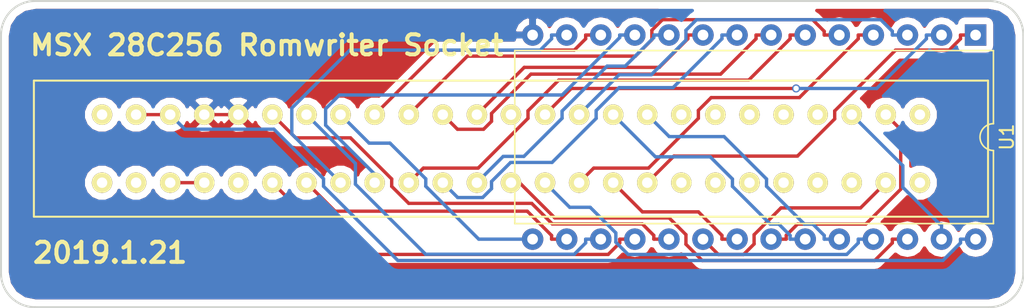
<source format=kicad_pcb>
(kicad_pcb (version 4) (host pcbnew 4.0.7)

  (general
    (links 31)
    (no_connects 0)
    (area 109.144999 93.904999 185.495001 116.915001)
    (thickness 1.6)
    (drawings 10)
    (tracks 217)
    (zones 0)
    (modules 2)
    (nets 48)
  )

  (page A4)
  (layers
    (0 F.Cu signal)
    (31 B.Cu signal)
    (32 B.Adhes user)
    (33 F.Adhes user)
    (34 B.Paste user)
    (35 F.Paste user)
    (36 B.SilkS user)
    (37 F.SilkS user)
    (38 B.Mask user)
    (39 F.Mask user)
    (40 Dwgs.User user)
    (41 Cmts.User user)
    (42 Eco1.User user)
    (43 Eco2.User user)
    (44 Edge.Cuts user)
    (45 Margin user)
    (46 B.CrtYd user)
    (47 F.CrtYd user)
    (48 B.Fab user)
    (49 F.Fab user)
  )

  (setup
    (last_trace_width 0.25)
    (trace_clearance 0.2)
    (zone_clearance 0.508)
    (zone_45_only no)
    (trace_min 0.2)
    (segment_width 0.2)
    (edge_width 0.15)
    (via_size 0.6)
    (via_drill 0.4)
    (via_min_size 0.4)
    (via_min_drill 0.3)
    (uvia_size 0.3)
    (uvia_drill 0.1)
    (uvias_allowed no)
    (uvia_min_size 0.2)
    (uvia_min_drill 0.1)
    (pcb_text_width 0.3)
    (pcb_text_size 1.5 1.5)
    (mod_edge_width 0.15)
    (mod_text_size 1 1)
    (mod_text_width 0.15)
    (pad_size 1.524 1.524)
    (pad_drill 0.762)
    (pad_to_mask_clearance 0.2)
    (aux_axis_origin 0 0)
    (visible_elements 7FFFFFFF)
    (pcbplotparams
      (layerselection 0x010f0_80000001)
      (usegerberextensions false)
      (excludeedgelayer true)
      (linewidth 0.100000)
      (plotframeref false)
      (viasonmask false)
      (mode 1)
      (useauxorigin false)
      (hpglpennumber 1)
      (hpglpenspeed 20)
      (hpglpendiameter 15)
      (hpglpenoverlay 2)
      (psnegative false)
      (psa4output false)
      (plotreference true)
      (plotvalue true)
      (plotinvisibletext false)
      (padsonsilk false)
      (subtractmaskfromsilk false)
      (outputformat 1)
      (mirror false)
      (drillshape 0)
      (scaleselection 1)
      (outputdirectory output))
  )

  (net 0 "")
  (net 1 "Net-(P1-Pad1)")
  (net 2 "Net-(P1-Pad2)")
  (net 3 /SLTSL)
  (net 4 "Net-(P1-Pad6)")
  (net 5 "Net-(P1-Pad7)")
  (net 6 "Net-(P1-Pad8)")
  (net 7 "Net-(P1-Pad9)")
  (net 8 "Net-(P1-Pad10)")
  (net 9 "Net-(P1-Pad11)")
  (net 10 "Net-(P1-Pad12)")
  (net 11 "Net-(P1-Pad13)")
  (net 12 "Net-(P1-Pad15)")
  (net 13 "Net-(P1-Pad16)")
  (net 14 /A9)
  (net 15 /A11)
  (net 16 /A10)
  (net 17 /A7)
  (net 18 /A6)
  (net 19 /A12)
  (net 20 /A8)
  (net 21 /A14)
  (net 22 /A13)
  (net 23 /A1)
  (net 24 /A0)
  (net 25 /A3)
  (net 26 /A2)
  (net 27 /A5)
  (net 28 /A4)
  (net 29 /D1)
  (net 30 /D0)
  (net 31 /D3)
  (net 32 /D2)
  (net 33 /D5)
  (net 34 /D4)
  (net 35 /D7)
  (net 36 /D6)
  (net 37 GND)
  (net 38 "Net-(P1-Pad42)")
  (net 39 "Net-(P1-Pad44)")
  (net 40 "Net-(P1-Pad48)")
  (net 41 "Net-(P1-Pad49)")
  (net 42 "Net-(P1-Pad50)")
  (net 43 VCC)
  (net 44 "Net-(P1-Pad25)")
  (net 45 /CS12)
  (net 46 /WR0)
  (net 47 "Net-(P1-Pad14)")

  (net_class Default "This is the default net class."
    (clearance 0.2)
    (trace_width 0.25)
    (via_dia 0.6)
    (via_drill 0.4)
    (uvia_dia 0.3)
    (uvia_drill 0.1)
    (add_net /A0)
    (add_net /A1)
    (add_net /A10)
    (add_net /A11)
    (add_net /A12)
    (add_net /A13)
    (add_net /A14)
    (add_net /A2)
    (add_net /A3)
    (add_net /A4)
    (add_net /A5)
    (add_net /A6)
    (add_net /A7)
    (add_net /A8)
    (add_net /A9)
    (add_net /CS12)
    (add_net /D0)
    (add_net /D1)
    (add_net /D2)
    (add_net /D3)
    (add_net /D4)
    (add_net /D5)
    (add_net /D6)
    (add_net /D7)
    (add_net /SLTSL)
    (add_net /WR0)
    (add_net GND)
    (add_net "Net-(P1-Pad1)")
    (add_net "Net-(P1-Pad10)")
    (add_net "Net-(P1-Pad11)")
    (add_net "Net-(P1-Pad12)")
    (add_net "Net-(P1-Pad13)")
    (add_net "Net-(P1-Pad14)")
    (add_net "Net-(P1-Pad15)")
    (add_net "Net-(P1-Pad16)")
    (add_net "Net-(P1-Pad2)")
    (add_net "Net-(P1-Pad25)")
    (add_net "Net-(P1-Pad42)")
    (add_net "Net-(P1-Pad44)")
    (add_net "Net-(P1-Pad48)")
    (add_net "Net-(P1-Pad49)")
    (add_net "Net-(P1-Pad50)")
    (add_net "Net-(P1-Pad6)")
    (add_net "Net-(P1-Pad7)")
    (add_net "Net-(P1-Pad8)")
    (add_net "Net-(P1-Pad9)")
    (add_net VCC)
  )

  (module MSX:MSX_SLOT locked (layer F.Cu) (tedit 5BF9794D) (tstamp 5C45CB1B)
    (at 148.501 105.004)
    (path /5B981348)
    (fp_text reference P1 (at 0 0) (layer F.SilkS) hide
      (effects (font (size 1 1) (thickness 0.15)))
    )
    (fp_text value CONN_MSXSLOT (at 0 -6.35) (layer F.Fab)
      (effects (font (size 1 1) (thickness 0.15)))
    )
    (fp_line (start -36.83 7.62) (end 34.29 7.62) (layer Dwgs.User) (width 0.15))
    (fp_line (start -36.83 -7.62) (end 34.29 -7.62) (layer Dwgs.User) (width 0.15))
    (fp_line (start -36.83 -5.08) (end 34.29 -5.08) (layer F.SilkS) (width 0.15))
    (fp_line (start 34.29 -5.08) (end 34.29 5.08) (layer F.SilkS) (width 0.15))
    (fp_line (start 34.29 5.08) (end -36.83 5.08) (layer F.SilkS) (width 0.15))
    (fp_line (start -36.83 5.08) (end -36.83 -5.08) (layer F.SilkS) (width 0.15))
    (pad 1 thru_hole circle (at 29.21 -2.54) (size 1.524 1.524) (drill 0.78) (layers *.Cu *.Mask F.SilkS)
      (net 1 "Net-(P1-Pad1)"))
    (pad 2 thru_hole circle (at 29.21 2.54) (size 1.524 1.524) (drill 0.78) (layers *.Cu *.Mask F.SilkS)
      (net 2 "Net-(P1-Pad2)"))
    (pad 3 thru_hole circle (at 26.67 -2.54) (size 1.524 1.524) (drill 0.78) (layers *.Cu *.Mask F.SilkS)
      (net 45 /CS12))
    (pad 4 thru_hole circle (at 26.67 2.54) (size 1.524 1.524) (drill 0.78) (layers *.Cu *.Mask F.SilkS)
      (net 3 /SLTSL))
    (pad 5 thru_hole circle (at 24.13 -2.54) (size 1.524 1.524) (drill 0.78) (layers *.Cu *.Mask F.SilkS)
      (net 46 /WR0))
    (pad 6 thru_hole circle (at 24.13 2.54) (size 1.524 1.524) (drill 0.78) (layers *.Cu *.Mask F.SilkS)
      (net 4 "Net-(P1-Pad6)"))
    (pad 7 thru_hole circle (at 21.59 -2.54) (size 1.524 1.524) (drill 0.78) (layers *.Cu *.Mask F.SilkS)
      (net 5 "Net-(P1-Pad7)"))
    (pad 8 thru_hole circle (at 21.59 2.54) (size 1.524 1.524) (drill 0.78) (layers *.Cu *.Mask F.SilkS)
      (net 6 "Net-(P1-Pad8)"))
    (pad 9 thru_hole circle (at 19.05 -2.54) (size 1.524 1.524) (drill 0.78) (layers *.Cu *.Mask F.SilkS)
      (net 7 "Net-(P1-Pad9)"))
    (pad 10 thru_hole circle (at 19.05 2.54) (size 1.524 1.524) (drill 0.78) (layers *.Cu *.Mask F.SilkS)
      (net 8 "Net-(P1-Pad10)"))
    (pad 11 thru_hole circle (at 16.51 -2.54) (size 1.524 1.524) (drill 0.78) (layers *.Cu *.Mask F.SilkS)
      (net 9 "Net-(P1-Pad11)"))
    (pad 12 thru_hole circle (at 16.51 2.54) (size 1.524 1.524) (drill 0.78) (layers *.Cu *.Mask F.SilkS)
      (net 10 "Net-(P1-Pad12)"))
    (pad 13 thru_hole circle (at 13.97 -2.54) (size 1.524 1.524) (drill 0.78) (layers *.Cu *.Mask F.SilkS)
      (net 11 "Net-(P1-Pad13)"))
    (pad 14 thru_hole circle (at 13.97 2.54) (size 1.524 1.524) (drill 0.78) (layers *.Cu *.Mask F.SilkS)
      (net 47 "Net-(P1-Pad14)"))
    (pad 15 thru_hole circle (at 11.43 -2.54) (size 1.524 1.524) (drill 0.78) (layers *.Cu *.Mask F.SilkS)
      (net 12 "Net-(P1-Pad15)"))
    (pad 16 thru_hole circle (at 11.43 2.54) (size 1.524 1.524) (drill 0.78) (layers *.Cu *.Mask F.SilkS)
      (net 13 "Net-(P1-Pad16)"))
    (pad 17 thru_hole circle (at 8.89 -2.54) (size 1.524 1.524) (drill 0.78) (layers *.Cu *.Mask F.SilkS)
      (net 14 /A9))
    (pad 18 thru_hole circle (at 8.89 2.54) (size 1.524 1.524) (drill 0.78) (layers *.Cu *.Mask F.SilkS)
      (net 21 /A14))
    (pad 19 thru_hole circle (at 6.35 -2.54) (size 1.524 1.524) (drill 0.78) (layers *.Cu *.Mask F.SilkS)
      (net 15 /A11))
    (pad 20 thru_hole circle (at 6.35 2.54) (size 1.524 1.524) (drill 0.78) (layers *.Cu *.Mask F.SilkS)
      (net 16 /A10))
    (pad 21 thru_hole circle (at 3.81 -2.54) (size 1.524 1.524) (drill 0.78) (layers *.Cu *.Mask F.SilkS)
      (net 17 /A7))
    (pad 22 thru_hole circle (at 3.81 2.54) (size 1.524 1.524) (drill 0.78) (layers *.Cu *.Mask F.SilkS)
      (net 18 /A6))
    (pad 23 thru_hole circle (at 1.27 -2.54) (size 1.524 1.524) (drill 0.78) (layers *.Cu *.Mask F.SilkS)
      (net 19 /A12))
    (pad 24 thru_hole circle (at 1.27 2.54) (size 1.524 1.524) (drill 0.78) (layers *.Cu *.Mask F.SilkS)
      (net 20 /A8))
    (pad 25 thru_hole circle (at -1.27 -2.54) (size 1.524 1.524) (drill 0.78) (layers *.Cu *.Mask F.SilkS)
      (net 44 "Net-(P1-Pad25)"))
    (pad 26 thru_hole circle (at -1.27 2.54) (size 1.524 1.524) (drill 0.78) (layers *.Cu *.Mask F.SilkS)
      (net 22 /A13))
    (pad 27 thru_hole circle (at -3.81 -2.54) (size 1.524 1.524) (drill 0.78) (layers *.Cu *.Mask F.SilkS)
      (net 23 /A1))
    (pad 28 thru_hole circle (at -3.81 2.54) (size 1.524 1.524) (drill 0.78) (layers *.Cu *.Mask F.SilkS)
      (net 24 /A0))
    (pad 29 thru_hole circle (at -6.35 -2.54) (size 1.524 1.524) (drill 0.78) (layers *.Cu *.Mask F.SilkS)
      (net 25 /A3))
    (pad 30 thru_hole circle (at -6.35 2.54) (size 1.524 1.524) (drill 0.78) (layers *.Cu *.Mask F.SilkS)
      (net 26 /A2))
    (pad 31 thru_hole circle (at -8.89 -2.54) (size 1.524 1.524) (drill 0.78) (layers *.Cu *.Mask F.SilkS)
      (net 27 /A5))
    (pad 32 thru_hole circle (at -8.89 2.54) (size 1.524 1.524) (drill 0.78) (layers *.Cu *.Mask F.SilkS)
      (net 28 /A4))
    (pad 33 thru_hole circle (at -11.43 -2.54) (size 1.524 1.524) (drill 0.78) (layers *.Cu *.Mask F.SilkS)
      (net 29 /D1))
    (pad 34 thru_hole circle (at -11.43 2.54) (size 1.524 1.524) (drill 0.78) (layers *.Cu *.Mask F.SilkS)
      (net 30 /D0))
    (pad 35 thru_hole circle (at -13.97 -2.54) (size 1.524 1.524) (drill 0.78) (layers *.Cu *.Mask F.SilkS)
      (net 31 /D3))
    (pad 36 thru_hole circle (at -13.97 2.54) (size 1.524 1.524) (drill 0.78) (layers *.Cu *.Mask F.SilkS)
      (net 32 /D2))
    (pad 37 thru_hole circle (at -16.51 -2.54) (size 1.524 1.524) (drill 0.78) (layers *.Cu *.Mask F.SilkS)
      (net 33 /D5))
    (pad 38 thru_hole circle (at -16.51 2.54) (size 1.524 1.524) (drill 0.78) (layers *.Cu *.Mask F.SilkS)
      (net 34 /D4))
    (pad 39 thru_hole circle (at -19.05 -2.54) (size 1.524 1.524) (drill 0.78) (layers *.Cu *.Mask F.SilkS)
      (net 35 /D7))
    (pad 40 thru_hole circle (at -19.05 2.54) (size 1.524 1.524) (drill 0.78) (layers *.Cu *.Mask F.SilkS)
      (net 36 /D6))
    (pad 41 thru_hole circle (at -21.59 -2.54) (size 1.524 1.524) (drill 0.78) (layers *.Cu *.Mask F.SilkS)
      (net 37 GND))
    (pad 42 thru_hole circle (at -21.59 2.54) (size 1.524 1.524) (drill 0.78) (layers *.Cu *.Mask F.SilkS)
      (net 38 "Net-(P1-Pad42)"))
    (pad 43 thru_hole circle (at -24.13 -2.54) (size 1.524 1.524) (drill 0.78) (layers *.Cu *.Mask F.SilkS)
      (net 37 GND))
    (pad 44 thru_hole circle (at -24.13 2.54) (size 1.524 1.524) (drill 0.78) (layers *.Cu *.Mask F.SilkS)
      (net 39 "Net-(P1-Pad44)"))
    (pad 45 thru_hole circle (at -26.67 -2.54) (size 1.524 1.524) (drill 0.78) (layers *.Cu *.Mask F.SilkS)
      (net 43 VCC))
    (pad 46 thru_hole circle (at -26.67 2.54) (size 1.524 1.524) (drill 0.78) (layers *.Cu *.Mask F.SilkS)
      (net 39 "Net-(P1-Pad44)"))
    (pad 47 thru_hole circle (at -29.21 -2.54) (size 1.524 1.524) (drill 0.78) (layers *.Cu *.Mask F.SilkS)
      (net 43 VCC))
    (pad 48 thru_hole circle (at -29.21 2.54) (size 1.524 1.524) (drill 0.78) (layers *.Cu *.Mask F.SilkS)
      (net 40 "Net-(P1-Pad48)"))
    (pad 49 thru_hole circle (at -31.75 -2.54) (size 1.524 1.524) (drill 0.78) (layers *.Cu *.Mask F.SilkS)
      (net 41 "Net-(P1-Pad49)"))
    (pad 50 thru_hole circle (at -31.75 2.54) (size 1.524 1.524) (drill 0.78) (layers *.Cu *.Mask F.SilkS)
      (net 42 "Net-(P1-Pad50)"))
  )

  (module Housings_DIP:DIP-28_W15.24mm (layer F.Cu) (tedit 59C78D6C) (tstamp 5C45CB4B)
    (at 181.864 96.52 270)
    (descr "28-lead though-hole mounted DIP package, row spacing 15.24 mm (600 mils)")
    (tags "THT DIP DIL PDIP 2.54mm 15.24mm 600mil")
    (path /5B97E887)
    (fp_text reference U1 (at 7.62 -2.33 270) (layer F.SilkS)
      (effects (font (size 1 1) (thickness 0.15)))
    )
    (fp_text value 28C256 (at 7.62 35.35 270) (layer F.Fab)
      (effects (font (size 1 1) (thickness 0.15)))
    )
    (fp_arc (start 7.62 -1.33) (end 6.62 -1.33) (angle -180) (layer F.SilkS) (width 0.12))
    (fp_line (start 1.255 -1.27) (end 14.985 -1.27) (layer F.Fab) (width 0.1))
    (fp_line (start 14.985 -1.27) (end 14.985 34.29) (layer F.Fab) (width 0.1))
    (fp_line (start 14.985 34.29) (end 0.255 34.29) (layer F.Fab) (width 0.1))
    (fp_line (start 0.255 34.29) (end 0.255 -0.27) (layer F.Fab) (width 0.1))
    (fp_line (start 0.255 -0.27) (end 1.255 -1.27) (layer F.Fab) (width 0.1))
    (fp_line (start 6.62 -1.33) (end 1.16 -1.33) (layer F.SilkS) (width 0.12))
    (fp_line (start 1.16 -1.33) (end 1.16 34.35) (layer F.SilkS) (width 0.12))
    (fp_line (start 1.16 34.35) (end 14.08 34.35) (layer F.SilkS) (width 0.12))
    (fp_line (start 14.08 34.35) (end 14.08 -1.33) (layer F.SilkS) (width 0.12))
    (fp_line (start 14.08 -1.33) (end 8.62 -1.33) (layer F.SilkS) (width 0.12))
    (fp_line (start -1.05 -1.55) (end -1.05 34.55) (layer F.CrtYd) (width 0.05))
    (fp_line (start -1.05 34.55) (end 16.3 34.55) (layer F.CrtYd) (width 0.05))
    (fp_line (start 16.3 34.55) (end 16.3 -1.55) (layer F.CrtYd) (width 0.05))
    (fp_line (start 16.3 -1.55) (end -1.05 -1.55) (layer F.CrtYd) (width 0.05))
    (fp_text user %R (at 7.62 16.51 270) (layer F.Fab)
      (effects (font (size 1 1) (thickness 0.15)))
    )
    (pad 1 thru_hole rect (at 0 0 270) (size 1.6 1.6) (drill 0.8) (layers *.Cu *.Mask)
      (net 21 /A14))
    (pad 15 thru_hole oval (at 15.24 33.02 270) (size 1.6 1.6) (drill 0.8) (layers *.Cu *.Mask)
      (net 31 /D3))
    (pad 2 thru_hole oval (at 0 2.54 270) (size 1.6 1.6) (drill 0.8) (layers *.Cu *.Mask)
      (net 19 /A12))
    (pad 16 thru_hole oval (at 15.24 30.48 270) (size 1.6 1.6) (drill 0.8) (layers *.Cu *.Mask)
      (net 34 /D4))
    (pad 3 thru_hole oval (at 0 5.08 270) (size 1.6 1.6) (drill 0.8) (layers *.Cu *.Mask)
      (net 17 /A7))
    (pad 17 thru_hole oval (at 15.24 27.94 270) (size 1.6 1.6) (drill 0.8) (layers *.Cu *.Mask)
      (net 33 /D5))
    (pad 4 thru_hole oval (at 0 7.62 270) (size 1.6 1.6) (drill 0.8) (layers *.Cu *.Mask)
      (net 18 /A6))
    (pad 18 thru_hole oval (at 15.24 25.4 270) (size 1.6 1.6) (drill 0.8) (layers *.Cu *.Mask)
      (net 36 /D6))
    (pad 5 thru_hole oval (at 0 10.16 270) (size 1.6 1.6) (drill 0.8) (layers *.Cu *.Mask)
      (net 27 /A5))
    (pad 19 thru_hole oval (at 15.24 22.86 270) (size 1.6 1.6) (drill 0.8) (layers *.Cu *.Mask)
      (net 35 /D7))
    (pad 6 thru_hole oval (at 0 12.7 270) (size 1.6 1.6) (drill 0.8) (layers *.Cu *.Mask)
      (net 28 /A4))
    (pad 20 thru_hole oval (at 15.24 20.32 270) (size 1.6 1.6) (drill 0.8) (layers *.Cu *.Mask)
      (net 3 /SLTSL))
    (pad 7 thru_hole oval (at 0 15.24 270) (size 1.6 1.6) (drill 0.8) (layers *.Cu *.Mask)
      (net 25 /A3))
    (pad 21 thru_hole oval (at 15.24 17.78 270) (size 1.6 1.6) (drill 0.8) (layers *.Cu *.Mask)
      (net 16 /A10))
    (pad 8 thru_hole oval (at 0 17.78 270) (size 1.6 1.6) (drill 0.8) (layers *.Cu *.Mask)
      (net 26 /A2))
    (pad 22 thru_hole oval (at 15.24 15.24 270) (size 1.6 1.6) (drill 0.8) (layers *.Cu *.Mask)
      (net 45 /CS12))
    (pad 9 thru_hole oval (at 0 20.32 270) (size 1.6 1.6) (drill 0.8) (layers *.Cu *.Mask)
      (net 23 /A1))
    (pad 23 thru_hole oval (at 15.24 12.7 270) (size 1.6 1.6) (drill 0.8) (layers *.Cu *.Mask)
      (net 15 /A11))
    (pad 10 thru_hole oval (at 0 22.86 270) (size 1.6 1.6) (drill 0.8) (layers *.Cu *.Mask)
      (net 24 /A0))
    (pad 24 thru_hole oval (at 15.24 10.16 270) (size 1.6 1.6) (drill 0.8) (layers *.Cu *.Mask)
      (net 14 /A9))
    (pad 11 thru_hole oval (at 0 25.4 270) (size 1.6 1.6) (drill 0.8) (layers *.Cu *.Mask)
      (net 30 /D0))
    (pad 25 thru_hole oval (at 15.24 7.62 270) (size 1.6 1.6) (drill 0.8) (layers *.Cu *.Mask)
      (net 20 /A8))
    (pad 12 thru_hole oval (at 0 27.94 270) (size 1.6 1.6) (drill 0.8) (layers *.Cu *.Mask)
      (net 29 /D1))
    (pad 26 thru_hole oval (at 15.24 5.08 270) (size 1.6 1.6) (drill 0.8) (layers *.Cu *.Mask)
      (net 22 /A13))
    (pad 13 thru_hole oval (at 0 30.48 270) (size 1.6 1.6) (drill 0.8) (layers *.Cu *.Mask)
      (net 32 /D2))
    (pad 27 thru_hole oval (at 15.24 2.54 270) (size 1.6 1.6) (drill 0.8) (layers *.Cu *.Mask)
      (net 46 /WR0))
    (pad 14 thru_hole oval (at 0 33.02 270) (size 1.6 1.6) (drill 0.8) (layers *.Cu *.Mask)
      (net 37 GND))
    (pad 28 thru_hole oval (at 15.24 0 270) (size 1.6 1.6) (drill 0.8) (layers *.Cu *.Mask)
      (net 43 VCC))
    (model ${KISYS3DMOD}/Housings_DIP.3dshapes/DIP-28_W15.24mm.wrl
      (at (xyz 0 0 0))
      (scale (xyz 1 1 1))
      (rotate (xyz 0 0 0))
    )
  )

  (gr_text 2019.1.21 (at 117.348 112.776) (layer F.SilkS)
    (effects (font (size 1.5 1.5) (thickness 0.3)))
  )
  (gr_text "MSX 28C256 Romwriter Socket" (at 129.032 97.282) (layer F.SilkS)
    (effects (font (size 1.5 1.5) (thickness 0.3)))
  )
  (gr_arc (start 182.88 114.3) (end 185.42 114.3) (angle 90) (layer Edge.Cuts) (width 0.15))
  (gr_arc (start 111.76 114.3) (end 111.76 116.84) (angle 90) (layer Edge.Cuts) (width 0.15))
  (gr_arc (start 111.76 96.52) (end 109.22 96.52) (angle 90) (layer Edge.Cuts) (width 0.15))
  (gr_arc (start 182.88 96.52) (end 182.88 93.98) (angle 90) (layer Edge.Cuts) (width 0.15))
  (gr_line (start 109.22 114.3) (end 109.22 96.52) (angle 90) (layer Edge.Cuts) (width 0.15))
  (gr_line (start 182.88 116.84) (end 111.76 116.84) (angle 90) (layer Edge.Cuts) (width 0.15))
  (gr_line (start 185.42 96.52) (end 185.42 114.3) (angle 90) (layer Edge.Cuts) (width 0.15))
  (gr_line (start 111.76 93.98) (end 182.88 93.98) (angle 90) (layer Edge.Cuts) (width 0.15))

  (segment (start 173.2872 109.4278) (end 175.171 107.544) (width 0.25) (layer F.Cu) (net 3))
  (segment (start 167.3577 109.4278) (end 173.2872 109.4278) (width 0.25) (layer F.Cu) (net 3))
  (segment (start 165.354 111.4315) (end 167.3577 109.4278) (width 0.25) (layer F.Cu) (net 3))
  (segment (start 165.354 112.1215) (end 165.354 111.4315) (width 0.25) (layer F.Cu) (net 3))
  (segment (start 164.5674 112.9081) (end 165.354 112.1215) (width 0.25) (layer F.Cu) (net 3))
  (segment (start 162.6921 112.9081) (end 164.5674 112.9081) (width 0.25) (layer F.Cu) (net 3))
  (segment (start 161.544 111.76) (end 162.6921 112.9081) (width 0.25) (layer F.Cu) (net 3))
  (segment (start 159.0318 104.1048) (end 157.391 102.464) (width 0.25) (layer B.Cu) (net 14))
  (segment (start 163.117 104.1048) (end 159.0318 104.1048) (width 0.25) (layer B.Cu) (net 14))
  (segment (start 166.281 107.2688) (end 163.117 104.1048) (width 0.25) (layer B.Cu) (net 14))
  (segment (start 166.281 107.8152) (end 166.281 107.2688) (width 0.25) (layer B.Cu) (net 14))
  (segment (start 169.1005 110.6347) (end 166.281 107.8152) (width 0.25) (layer B.Cu) (net 14))
  (segment (start 169.7348 110.6347) (end 169.1005 110.6347) (width 0.25) (layer B.Cu) (net 14))
  (segment (start 170.5787 111.4786) (end 169.7348 110.6347) (width 0.25) (layer B.Cu) (net 14))
  (segment (start 170.5787 111.76) (end 170.5787 111.4786) (width 0.25) (layer B.Cu) (net 14))
  (segment (start 171.704 111.76) (end 170.5787 111.76) (width 0.25) (layer B.Cu) (net 14))
  (segment (start 158.0007 105.6137) (end 154.851 102.464) (width 0.25) (layer B.Cu) (net 15))
  (segment (start 162.0832 105.6137) (end 158.0007 105.6137) (width 0.25) (layer B.Cu) (net 15))
  (segment (start 163.741 107.2715) (end 162.0832 105.6137) (width 0.25) (layer B.Cu) (net 15))
  (segment (start 163.741 107.8201) (end 163.741 107.2715) (width 0.25) (layer B.Cu) (net 15))
  (segment (start 166.5556 110.6347) (end 163.741 107.8201) (width 0.25) (layer B.Cu) (net 15))
  (segment (start 167.1948 110.6347) (end 166.5556 110.6347) (width 0.25) (layer B.Cu) (net 15))
  (segment (start 168.0387 111.4786) (end 167.1948 110.6347) (width 0.25) (layer B.Cu) (net 15))
  (segment (start 168.0387 111.76) (end 168.0387 111.4786) (width 0.25) (layer B.Cu) (net 15))
  (segment (start 169.164 111.76) (end 168.0387 111.76) (width 0.25) (layer B.Cu) (net 15))
  (segment (start 164.084 111.76) (end 162.9587 111.76) (width 0.25) (layer F.Cu) (net 16))
  (segment (start 157.0302 109.7232) (end 154.851 107.544) (width 0.25) (layer F.Cu) (net 16))
  (segment (start 161.2032 109.7232) (end 157.0302 109.7232) (width 0.25) (layer F.Cu) (net 16))
  (segment (start 162.9587 111.4787) (end 161.2032 109.7232) (width 0.25) (layer F.Cu) (net 16))
  (segment (start 162.9587 111.76) (end 162.9587 111.4787) (width 0.25) (layer F.Cu) (net 16))
  (segment (start 155.2893 99.4857) (end 152.311 102.464) (width 0.25) (layer B.Cu) (net 17))
  (segment (start 157.6881 99.4857) (end 155.2893 99.4857) (width 0.25) (layer B.Cu) (net 17))
  (segment (start 160.274 96.8998) (end 157.6881 99.4857) (width 0.25) (layer B.Cu) (net 17))
  (segment (start 160.274 96.1636) (end 160.274 96.8998) (width 0.25) (layer B.Cu) (net 17))
  (segment (start 161.0618 95.3758) (end 160.274 96.1636) (width 0.25) (layer B.Cu) (net 17))
  (segment (start 174.7958 95.3758) (end 161.0618 95.3758) (width 0.25) (layer B.Cu) (net 17))
  (segment (start 175.6587 96.2387) (end 174.7958 95.3758) (width 0.25) (layer B.Cu) (net 17))
  (segment (start 175.6587 96.52) (end 175.6587 96.2387) (width 0.25) (layer B.Cu) (net 17))
  (segment (start 176.784 96.52) (end 175.6587 96.52) (width 0.25) (layer B.Cu) (net 17))
  (segment (start 153.3984 106.4566) (end 152.311 107.544) (width 0.25) (layer F.Cu) (net 18))
  (segment (start 157.4848 106.4566) (end 153.3984 106.4566) (width 0.25) (layer F.Cu) (net 18))
  (segment (start 161.201 102.7404) (end 157.4848 106.4566) (width 0.25) (layer F.Cu) (net 18))
  (segment (start 161.201 102.146) (end 161.201 102.7404) (width 0.25) (layer F.Cu) (net 18))
  (segment (start 162.1559 101.1911) (end 161.201 102.146) (width 0.25) (layer F.Cu) (net 18))
  (segment (start 168.7289 101.1911) (end 162.1559 101.1911) (width 0.25) (layer F.Cu) (net 18))
  (segment (start 173.1187 96.8013) (end 168.7289 101.1911) (width 0.25) (layer F.Cu) (net 18))
  (segment (start 173.1187 96.52) (end 173.1187 96.8013) (width 0.25) (layer F.Cu) (net 18))
  (segment (start 174.244 96.52) (end 173.1187 96.52) (width 0.25) (layer F.Cu) (net 18))
  (via (at 168.4845 100.5087) (size 0.6) (layers F.Cu B.Cu) (net 19))
  (segment (start 179.324 96.52) (end 178.1987 96.52) (width 0.25) (layer B.Cu) (net 19))
  (segment (start 174.4913 100.5087) (end 168.4845 100.5087) (width 0.25) (layer B.Cu) (net 19))
  (segment (start 178.1987 96.8013) (end 174.4913 100.5087) (width 0.25) (layer B.Cu) (net 19))
  (segment (start 178.1987 96.52) (end 178.1987 96.8013) (width 0.25) (layer B.Cu) (net 19))
  (segment (start 151.7263 100.5087) (end 168.4845 100.5087) (width 0.25) (layer F.Cu) (net 19))
  (segment (start 149.771 102.464) (end 151.7263 100.5087) (width 0.25) (layer F.Cu) (net 19))
  (segment (start 151.6075 109.3805) (end 149.771 107.544) (width 0.25) (layer B.Cu) (net 20))
  (segment (start 153.136 109.3805) (end 151.6075 109.3805) (width 0.25) (layer B.Cu) (net 20))
  (segment (start 155.0493 111.2938) (end 153.136 109.3805) (width 0.25) (layer B.Cu) (net 20))
  (segment (start 155.0493 111.9878) (end 155.0493 111.2938) (width 0.25) (layer B.Cu) (net 20))
  (segment (start 155.9644 112.9029) (end 155.0493 111.9878) (width 0.25) (layer B.Cu) (net 20))
  (segment (start 172.2571 112.9029) (end 155.9644 112.9029) (width 0.25) (layer B.Cu) (net 20))
  (segment (start 173.1187 112.0413) (end 172.2571 112.9029) (width 0.25) (layer B.Cu) (net 20))
  (segment (start 173.1187 111.76) (end 173.1187 112.0413) (width 0.25) (layer B.Cu) (net 20))
  (segment (start 174.244 111.76) (end 173.1187 111.76) (width 0.25) (layer B.Cu) (net 20))
  (segment (start 159.3762 105.5588) (end 157.391 107.544) (width 0.25) (layer F.Cu) (net 21))
  (segment (start 168.5867 105.5588) (end 159.3762 105.5588) (width 0.25) (layer F.Cu) (net 21))
  (segment (start 171.361 102.7845) (end 168.5867 105.5588) (width 0.25) (layer F.Cu) (net 21))
  (segment (start 171.361 102.1879) (end 171.361 102.7845) (width 0.25) (layer F.Cu) (net 21))
  (segment (start 175.9036 97.6453) (end 171.361 102.1879) (width 0.25) (layer F.Cu) (net 21))
  (segment (start 179.8948 97.6453) (end 175.9036 97.6453) (width 0.25) (layer F.Cu) (net 21))
  (segment (start 180.7387 96.8014) (end 179.8948 97.6453) (width 0.25) (layer F.Cu) (net 21))
  (segment (start 180.7387 96.52) (end 180.7387 96.8014) (width 0.25) (layer F.Cu) (net 21))
  (segment (start 181.864 96.52) (end 180.7387 96.52) (width 0.25) (layer F.Cu) (net 21))
  (segment (start 176.784 111.76) (end 175.6587 111.76) (width 0.25) (layer F.Cu) (net 22))
  (segment (start 147.8679 107.544) (end 147.231 107.544) (width 0.25) (layer F.Cu) (net 22))
  (segment (start 150.4974 110.1735) (end 147.8679 107.544) (width 0.25) (layer F.Cu) (net 22))
  (segment (start 159.0218 110.1735) (end 150.4974 110.1735) (width 0.25) (layer F.Cu) (net 22))
  (segment (start 160.274 111.4257) (end 159.0218 110.1735) (width 0.25) (layer F.Cu) (net 22))
  (segment (start 160.274 112.141) (end 160.274 111.4257) (width 0.25) (layer F.Cu) (net 22))
  (segment (start 161.4915 113.3585) (end 160.274 112.141) (width 0.25) (layer F.Cu) (net 22))
  (segment (start 174.3415 113.3585) (end 161.4915 113.3585) (width 0.25) (layer F.Cu) (net 22))
  (segment (start 175.6587 112.0413) (end 174.3415 113.3585) (width 0.25) (layer F.Cu) (net 22))
  (segment (start 175.6587 111.76) (end 175.6587 112.0413) (width 0.25) (layer F.Cu) (net 22))
  (segment (start 161.544 96.52) (end 160.4187 96.52) (width 0.25) (layer F.Cu) (net 23))
  (segment (start 160.4187 96.8013) (end 160.4187 96.52) (width 0.25) (layer F.Cu) (net 23))
  (segment (start 158.286 98.934) (end 160.4187 96.8013) (width 0.25) (layer F.Cu) (net 23))
  (segment (start 148.221 98.934) (end 158.286 98.934) (width 0.25) (layer F.Cu) (net 23))
  (segment (start 144.691 102.464) (end 148.221 98.934) (width 0.25) (layer F.Cu) (net 23))
  (segment (start 146.6559 105.5791) (end 144.691 107.544) (width 0.25) (layer B.Cu) (net 24))
  (segment (start 148.1975 105.5791) (end 146.6559 105.5791) (width 0.25) (layer B.Cu) (net 24))
  (segment (start 151.041 102.7356) (end 148.1975 105.5791) (width 0.25) (layer B.Cu) (net 24))
  (segment (start 151.041 102.1962) (end 151.041 102.7356) (width 0.25) (layer B.Cu) (net 24))
  (segment (start 154.3956 98.8416) (end 151.041 102.1962) (width 0.25) (layer B.Cu) (net 24))
  (segment (start 155.7467 98.8416) (end 154.3956 98.8416) (width 0.25) (layer B.Cu) (net 24))
  (segment (start 157.8787 96.7096) (end 155.7467 98.8416) (width 0.25) (layer B.Cu) (net 24))
  (segment (start 157.8787 96.52) (end 157.8787 96.7096) (width 0.25) (layer B.Cu) (net 24))
  (segment (start 159.004 96.52) (end 157.8787 96.52) (width 0.25) (layer B.Cu) (net 24))
  (segment (start 166.624 96.52) (end 165.4987 96.52) (width 0.25) (layer F.Cu) (net 25))
  (segment (start 165.4987 96.8013) (end 165.4987 96.52) (width 0.25) (layer F.Cu) (net 25))
  (segment (start 162.8611 99.4389) (end 165.4987 96.8013) (width 0.25) (layer F.Cu) (net 25))
  (segment (start 148.7183 99.4389) (end 162.8611 99.4389) (width 0.25) (layer F.Cu) (net 25))
  (segment (start 145.7825 102.3747) (end 148.7183 99.4389) (width 0.25) (layer F.Cu) (net 25))
  (segment (start 145.7825 102.9631) (end 145.7825 102.3747) (width 0.25) (layer F.Cu) (net 25))
  (segment (start 145.1893 103.5563) (end 145.7825 102.9631) (width 0.25) (layer F.Cu) (net 25))
  (segment (start 143.2433 103.5563) (end 145.1893 103.5563) (width 0.25) (layer F.Cu) (net 25))
  (segment (start 142.151 102.464) (end 143.2433 103.5563) (width 0.25) (layer F.Cu) (net 25))
  (segment (start 143.2618 108.6548) (end 142.151 107.544) (width 0.25) (layer B.Cu) (net 26))
  (segment (start 145.1184 108.6548) (end 143.2618 108.6548) (width 0.25) (layer B.Cu) (net 26))
  (segment (start 145.7825 107.9907) (end 145.1184 108.6548) (width 0.25) (layer B.Cu) (net 26))
  (segment (start 145.7825 107.4547) (end 145.7825 107.9907) (width 0.25) (layer B.Cu) (net 26))
  (segment (start 147.2077 106.0295) (end 145.7825 107.4547) (width 0.25) (layer B.Cu) (net 26))
  (segment (start 150.2979 106.0295) (end 147.2077 106.0295) (width 0.25) (layer B.Cu) (net 26))
  (segment (start 153.581 102.7464) (end 150.2979 106.0295) (width 0.25) (layer B.Cu) (net 26))
  (segment (start 153.581 102.164) (end 153.581 102.7464) (width 0.25) (layer B.Cu) (net 26))
  (segment (start 155.2966 100.4484) (end 153.581 102.164) (width 0.25) (layer B.Cu) (net 26))
  (segment (start 159.3116 100.4484) (end 155.2966 100.4484) (width 0.25) (layer B.Cu) (net 26))
  (segment (start 162.9587 96.8013) (end 159.3116 100.4484) (width 0.25) (layer B.Cu) (net 26))
  (segment (start 162.9587 96.52) (end 162.9587 96.8013) (width 0.25) (layer B.Cu) (net 26))
  (segment (start 164.084 96.52) (end 162.9587 96.52) (width 0.25) (layer B.Cu) (net 26))
  (segment (start 143.9793 98.0957) (end 139.611 102.464) (width 0.25) (layer F.Cu) (net 27))
  (segment (start 156.5087 98.0957) (end 143.9793 98.0957) (width 0.25) (layer F.Cu) (net 27))
  (segment (start 157.734 96.8704) (end 156.5087 98.0957) (width 0.25) (layer F.Cu) (net 27))
  (segment (start 157.734 96.1636) (end 157.734 96.8704) (width 0.25) (layer F.Cu) (net 27))
  (segment (start 158.5218 95.3758) (end 157.734 96.1636) (width 0.25) (layer F.Cu) (net 27))
  (segment (start 169.7158 95.3758) (end 158.5218 95.3758) (width 0.25) (layer F.Cu) (net 27))
  (segment (start 170.5787 96.2387) (end 169.7158 95.3758) (width 0.25) (layer F.Cu) (net 27))
  (segment (start 170.5787 96.52) (end 170.5787 96.2387) (width 0.25) (layer F.Cu) (net 27))
  (segment (start 171.704 96.52) (end 170.5787 96.52) (width 0.25) (layer F.Cu) (net 27))
  (segment (start 140.6984 106.4566) (end 139.611 107.544) (width 0.25) (layer F.Cu) (net 28))
  (segment (start 144.7839 106.4566) (end 140.6984 106.4566) (width 0.25) (layer F.Cu) (net 28))
  (segment (start 148.501 102.7395) (end 144.7839 106.4566) (width 0.25) (layer F.Cu) (net 28))
  (segment (start 148.501 102.1773) (end 148.501 102.7395) (width 0.25) (layer F.Cu) (net 28))
  (segment (start 150.789 99.8893) (end 148.501 102.1773) (width 0.25) (layer F.Cu) (net 28))
  (segment (start 164.9508 99.8893) (end 150.789 99.8893) (width 0.25) (layer F.Cu) (net 28))
  (segment (start 168.0387 96.8014) (end 164.9508 99.8893) (width 0.25) (layer F.Cu) (net 28))
  (segment (start 168.0387 96.52) (end 168.0387 96.8014) (width 0.25) (layer F.Cu) (net 28))
  (segment (start 169.164 96.52) (end 168.0387 96.52) (width 0.25) (layer F.Cu) (net 28))
  (segment (start 141.8897 97.6453) (end 137.071 102.464) (width 0.25) (layer F.Cu) (net 29))
  (segment (start 151.9548 97.6453) (end 141.8897 97.6453) (width 0.25) (layer F.Cu) (net 29))
  (segment (start 152.7987 96.8014) (end 151.9548 97.6453) (width 0.25) (layer F.Cu) (net 29))
  (segment (start 152.7987 96.52) (end 152.7987 96.8014) (width 0.25) (layer F.Cu) (net 29))
  (segment (start 153.924 96.52) (end 152.7987 96.52) (width 0.25) (layer F.Cu) (net 29))
  (segment (start 137.071 106.9071) (end 137.071 107.544) (width 0.25) (layer B.Cu) (net 30))
  (segment (start 133.4154 103.2515) (end 137.071 106.9071) (width 0.25) (layer B.Cu) (net 30))
  (segment (start 133.4154 102.0264) (end 133.4154 103.2515) (width 0.25) (layer B.Cu) (net 30))
  (segment (start 134.4451 100.9967) (end 133.4154 102.0264) (width 0.25) (layer B.Cu) (net 30))
  (segment (start 151.0474 100.9967) (end 134.4451 100.9967) (width 0.25) (layer B.Cu) (net 30))
  (segment (start 155.3387 96.7054) (end 151.0474 100.9967) (width 0.25) (layer B.Cu) (net 30))
  (segment (start 155.3387 96.52) (end 155.3387 96.7054) (width 0.25) (layer B.Cu) (net 30))
  (segment (start 156.464 96.52) (end 155.3387 96.52) (width 0.25) (layer B.Cu) (net 30))
  (segment (start 136.6594 104.5924) (end 134.531 102.464) (width 0.25) (layer B.Cu) (net 31))
  (segment (start 138.2157 104.5924) (end 136.6594 104.5924) (width 0.25) (layer B.Cu) (net 31))
  (segment (start 140.881 107.2577) (end 138.2157 104.5924) (width 0.25) (layer B.Cu) (net 31))
  (segment (start 140.881 107.8119) (end 140.881 107.2577) (width 0.25) (layer B.Cu) (net 31))
  (segment (start 144.8291 111.76) (end 140.881 107.8119) (width 0.25) (layer B.Cu) (net 31))
  (segment (start 148.844 111.76) (end 144.8291 111.76) (width 0.25) (layer B.Cu) (net 31))
  (segment (start 130.8962 103.9092) (end 134.531 107.544) (width 0.25) (layer B.Cu) (net 32))
  (segment (start 130.8962 101.9758) (end 130.8962 103.9092) (width 0.25) (layer B.Cu) (net 32))
  (segment (start 135.2267 97.6453) (end 130.8962 101.9758) (width 0.25) (layer B.Cu) (net 32))
  (segment (start 149.4148 97.6453) (end 135.2267 97.6453) (width 0.25) (layer B.Cu) (net 32))
  (segment (start 150.2587 96.8014) (end 149.4148 97.6453) (width 0.25) (layer B.Cu) (net 32))
  (segment (start 150.2587 96.52) (end 150.2587 96.8014) (width 0.25) (layer B.Cu) (net 32))
  (segment (start 151.384 96.52) (end 150.2587 96.52) (width 0.25) (layer B.Cu) (net 32))
  (segment (start 153.924 111.76) (end 152.7987 111.76) (width 0.25) (layer B.Cu) (net 33))
  (segment (start 152.7987 112.0413) (end 152.7987 111.76) (width 0.25) (layer B.Cu) (net 33))
  (segment (start 151.9535 112.8865) (end 152.7987 112.0413) (width 0.25) (layer B.Cu) (net 33))
  (segment (start 140.8666 112.8865) (end 151.9535 112.8865) (width 0.25) (layer B.Cu) (net 33))
  (segment (start 135.6375 107.6574) (end 140.8666 112.8865) (width 0.25) (layer B.Cu) (net 33))
  (segment (start 135.6375 106.1105) (end 135.6375 107.6574) (width 0.25) (layer B.Cu) (net 33))
  (segment (start 131.991 102.464) (end 135.6375 106.1105) (width 0.25) (layer B.Cu) (net 33))
  (segment (start 151.384 111.76) (end 150.2587 111.76) (width 0.25) (layer F.Cu) (net 34))
  (segment (start 134.1193 109.6723) (end 131.991 107.544) (width 0.25) (layer F.Cu) (net 34))
  (segment (start 148.4467 109.6723) (end 134.1193 109.6723) (width 0.25) (layer F.Cu) (net 34))
  (segment (start 150.2587 111.4843) (end 148.4467 109.6723) (width 0.25) (layer F.Cu) (net 34))
  (segment (start 150.2587 111.76) (end 150.2587 111.4843) (width 0.25) (layer F.Cu) (net 34))
  (segment (start 131.1833 104.1963) (end 129.451 102.464) (width 0.25) (layer F.Cu) (net 35))
  (segment (start 135.2716 104.1963) (end 131.1833 104.1963) (width 0.25) (layer F.Cu) (net 35))
  (segment (start 138.341 107.2657) (end 135.2716 104.1963) (width 0.25) (layer F.Cu) (net 35))
  (segment (start 138.341 107.8186) (end 138.341 107.2657) (width 0.25) (layer F.Cu) (net 35))
  (segment (start 139.6083 109.0859) (end 138.341 107.8186) (width 0.25) (layer F.Cu) (net 35))
  (segment (start 148.7729 109.0859) (end 139.6083 109.0859) (width 0.25) (layer F.Cu) (net 35))
  (segment (start 150.3108 110.6238) (end 148.7729 109.0859) (width 0.25) (layer F.Cu) (net 35))
  (segment (start 157.0207 110.6238) (end 150.3108 110.6238) (width 0.25) (layer F.Cu) (net 35))
  (segment (start 157.8787 111.4818) (end 157.0207 110.6238) (width 0.25) (layer F.Cu) (net 35))
  (segment (start 157.8787 111.76) (end 157.8787 111.4818) (width 0.25) (layer F.Cu) (net 35))
  (segment (start 159.004 111.76) (end 157.8787 111.76) (width 0.25) (layer F.Cu) (net 35))
  (segment (start 134.8086 112.9016) (end 129.451 107.544) (width 0.25) (layer F.Cu) (net 36))
  (segment (start 154.4784 112.9016) (end 134.8086 112.9016) (width 0.25) (layer F.Cu) (net 36))
  (segment (start 155.3387 112.0413) (end 154.4784 112.9016) (width 0.25) (layer F.Cu) (net 36))
  (segment (start 155.3387 111.76) (end 155.3387 112.0413) (width 0.25) (layer F.Cu) (net 36))
  (segment (start 156.464 111.76) (end 155.3387 111.76) (width 0.25) (layer F.Cu) (net 36))
  (segment (start 126.911 102.464) (end 124.371 102.464) (width 0.25) (layer F.Cu) (net 37))
  (segment (start 132.855 96.52) (end 126.911 102.464) (width 0.25) (layer B.Cu) (net 37))
  (segment (start 148.844 96.52) (end 132.855 96.52) (width 0.25) (layer B.Cu) (net 37))
  (segment (start 121.831 107.544) (end 124.371 107.544) (width 0.25) (layer F.Cu) (net 39))
  (segment (start 119.291 102.464) (end 121.831 102.464) (width 0.25) (layer F.Cu) (net 43))
  (segment (start 122.9184 103.5514) (end 121.831 102.464) (width 0.25) (layer B.Cu) (net 43))
  (segment (start 129.5624 103.5514) (end 122.9184 103.5514) (width 0.25) (layer B.Cu) (net 43))
  (segment (start 133.261 107.25) (end 129.5624 103.5514) (width 0.25) (layer B.Cu) (net 43))
  (segment (start 133.261 107.8151) (end 133.261 107.25) (width 0.25) (layer B.Cu) (net 43))
  (segment (start 138.7992 113.3533) (end 133.261 107.8151) (width 0.25) (layer B.Cu) (net 43))
  (segment (start 179.4267 113.3533) (end 138.7992 113.3533) (width 0.25) (layer B.Cu) (net 43))
  (segment (start 180.7387 112.0413) (end 179.4267 113.3533) (width 0.25) (layer B.Cu) (net 43))
  (segment (start 180.7387 111.76) (end 180.7387 112.0413) (width 0.25) (layer B.Cu) (net 43))
  (segment (start 181.864 111.76) (end 180.7387 111.76) (width 0.25) (layer B.Cu) (net 43))
  (segment (start 176.2822 103.5752) (end 175.171 102.464) (width 0.25) (layer F.Cu) (net 45))
  (segment (start 176.2822 108.034) (end 176.2822 103.5752) (width 0.25) (layer F.Cu) (net 45))
  (segment (start 173.6815 110.6347) (end 176.2822 108.034) (width 0.25) (layer F.Cu) (net 45))
  (segment (start 168.5932 110.6347) (end 173.6815 110.6347) (width 0.25) (layer F.Cu) (net 45))
  (segment (start 167.7493 111.4786) (end 168.5932 110.6347) (width 0.25) (layer F.Cu) (net 45))
  (segment (start 167.7493 111.76) (end 167.7493 111.4786) (width 0.25) (layer F.Cu) (net 45))
  (segment (start 166.624 111.76) (end 167.7493 111.76) (width 0.25) (layer F.Cu) (net 45))
  (segment (start 176.441 106.274) (end 172.631 102.464) (width 0.25) (layer B.Cu) (net 46))
  (segment (start 176.441 107.8924) (end 176.441 106.274) (width 0.25) (layer B.Cu) (net 46))
  (segment (start 179.1833 110.6347) (end 176.441 107.8924) (width 0.25) (layer B.Cu) (net 46))
  (segment (start 179.324 110.6347) (end 179.1833 110.6347) (width 0.25) (layer B.Cu) (net 46))
  (segment (start 179.324 111.76) (end 179.324 110.6347) (width 0.25) (layer B.Cu) (net 46))

  (zone (net 37) (net_name GND) (layer F.Cu) (tstamp 5C45CBB4) (hatch edge 0.508)
    (connect_pads (clearance 0.508))
    (min_thickness 0.254)
    (fill yes (arc_segments 16) (thermal_gap 0.508) (thermal_bridge_width 0.508))
    (polygon
      (pts
        (xy 185.42 116.84) (xy 109.22 116.84) (xy 109.22 93.98) (xy 185.42 93.98)
      )
    )
    (filled_polygon
      (pts
        (xy 157.984399 94.838399) (xy 157.398917 95.423881) (xy 157.013151 95.16612) (xy 156.464 95.056887) (xy 155.914849 95.16612)
        (xy 155.449302 95.477189) (xy 155.194 95.859275) (xy 154.938698 95.477189) (xy 154.473151 95.16612) (xy 153.924 95.056887)
        (xy 153.374849 95.16612) (xy 152.909302 95.477189) (xy 152.708321 95.777978) (xy 152.612424 95.797053) (xy 152.398698 95.477189)
        (xy 151.933151 95.16612) (xy 151.384 95.056887) (xy 150.834849 95.16612) (xy 150.369302 95.477189) (xy 150.099014 95.881703)
        (xy 149.996389 95.664866) (xy 149.581423 95.288959) (xy 149.193039 95.128096) (xy 148.971 95.250085) (xy 148.971 96.393)
        (xy 148.991 96.393) (xy 148.991 96.647) (xy 148.971 96.647) (xy 148.971 96.667) (xy 148.717 96.667)
        (xy 148.717 96.647) (xy 147.573371 96.647) (xy 147.452086 96.869041) (xy 147.459781 96.8853) (xy 141.8897 96.8853)
        (xy 141.598861 96.943152) (xy 141.352299 97.107899) (xy 137.380381 101.079817) (xy 137.3501 101.067243) (xy 136.794339 101.066758)
        (xy 136.280697 101.27899) (xy 135.887371 101.67163) (xy 135.801051 101.879512) (xy 135.71601 101.673697) (xy 135.32337 101.280371)
        (xy 134.8101 101.067243) (xy 134.254339 101.066758) (xy 133.740697 101.27899) (xy 133.347371 101.67163) (xy 133.261051 101.879512)
        (xy 133.17601 101.673697) (xy 132.78337 101.280371) (xy 132.2701 101.067243) (xy 131.714339 101.066758) (xy 131.200697 101.27899)
        (xy 130.807371 101.67163) (xy 130.721051 101.879512) (xy 130.63601 101.673697) (xy 130.24337 101.280371) (xy 129.7301 101.067243)
        (xy 129.174339 101.066758) (xy 128.660697 101.27899) (xy 128.267371 101.67163) (xy 128.187605 101.863727) (xy 128.133397 101.732857)
        (xy 127.891213 101.663392) (xy 127.090605 102.464) (xy 127.891213 103.264608) (xy 128.133397 103.195143) (xy 128.183509 103.054682)
        (xy 128.26599 103.254303) (xy 128.65863 103.647629) (xy 129.1719 103.860757) (xy 129.727661 103.861242) (xy 129.760055 103.847857)
        (xy 130.645899 104.733701) (xy 130.892461 104.898448) (xy 131.1833 104.9563) (xy 134.956798 104.9563) (xy 136.336451 106.335953)
        (xy 136.280697 106.35899) (xy 135.887371 106.75163) (xy 135.801051 106.959512) (xy 135.71601 106.753697) (xy 135.32337 106.360371)
        (xy 134.8101 106.147243) (xy 134.254339 106.146758) (xy 133.740697 106.35899) (xy 133.347371 106.75163) (xy 133.261051 106.959512)
        (xy 133.17601 106.753697) (xy 132.78337 106.360371) (xy 132.2701 106.147243) (xy 131.714339 106.146758) (xy 131.200697 106.35899)
        (xy 130.807371 106.75163) (xy 130.721051 106.959512) (xy 130.63601 106.753697) (xy 130.24337 106.360371) (xy 129.7301 106.147243)
        (xy 129.174339 106.146758) (xy 128.660697 106.35899) (xy 128.267371 106.75163) (xy 128.181051 106.959512) (xy 128.09601 106.753697)
        (xy 127.70337 106.360371) (xy 127.1901 106.147243) (xy 126.634339 106.146758) (xy 126.120697 106.35899) (xy 125.727371 106.75163)
        (xy 125.641051 106.959512) (xy 125.55601 106.753697) (xy 125.16337 106.360371) (xy 124.6501 106.147243) (xy 124.094339 106.146758)
        (xy 123.580697 106.35899) (xy 123.187371 106.75163) (xy 123.17393 106.784) (xy 123.028531 106.784) (xy 123.01601 106.753697)
        (xy 122.62337 106.360371) (xy 122.1101 106.147243) (xy 121.554339 106.146758) (xy 121.040697 106.35899) (xy 120.647371 106.75163)
        (xy 120.561051 106.959512) (xy 120.47601 106.753697) (xy 120.08337 106.360371) (xy 119.5701 106.147243) (xy 119.014339 106.146758)
        (xy 118.500697 106.35899) (xy 118.107371 106.75163) (xy 118.021051 106.959512) (xy 117.93601 106.753697) (xy 117.54337 106.360371)
        (xy 117.0301 106.147243) (xy 116.474339 106.146758) (xy 115.960697 106.35899) (xy 115.567371 106.75163) (xy 115.354243 107.2649)
        (xy 115.353758 107.820661) (xy 115.56599 108.334303) (xy 115.95863 108.727629) (xy 116.4719 108.940757) (xy 117.027661 108.941242)
        (xy 117.541303 108.72901) (xy 117.934629 108.33637) (xy 118.020949 108.128488) (xy 118.10599 108.334303) (xy 118.49863 108.727629)
        (xy 119.0119 108.940757) (xy 119.567661 108.941242) (xy 120.081303 108.72901) (xy 120.474629 108.33637) (xy 120.560949 108.128488)
        (xy 120.64599 108.334303) (xy 121.03863 108.727629) (xy 121.5519 108.940757) (xy 122.107661 108.941242) (xy 122.621303 108.72901)
        (xy 123.014629 108.33637) (xy 123.02807 108.304) (xy 123.173469 108.304) (xy 123.18599 108.334303) (xy 123.57863 108.727629)
        (xy 124.0919 108.940757) (xy 124.647661 108.941242) (xy 125.161303 108.72901) (xy 125.554629 108.33637) (xy 125.640949 108.128488)
        (xy 125.72599 108.334303) (xy 126.11863 108.727629) (xy 126.6319 108.940757) (xy 127.187661 108.941242) (xy 127.701303 108.72901)
        (xy 128.094629 108.33637) (xy 128.180949 108.128488) (xy 128.26599 108.334303) (xy 128.65863 108.727629) (xy 129.1719 108.940757)
        (xy 129.727661 108.941242) (xy 129.760055 108.927857) (xy 134.271199 113.439001) (xy 134.517761 113.603748) (xy 134.8086 113.6616)
        (xy 154.4784 113.6616) (xy 154.769239 113.603748) (xy 155.015801 113.439001) (xy 155.570805 112.883997) (xy 155.914849 113.11388)
        (xy 156.464 113.223113) (xy 157.013151 113.11388) (xy 157.478698 112.802811) (xy 157.692424 112.482947) (xy 157.788321 112.502022)
        (xy 157.989302 112.802811) (xy 158.454849 113.11388) (xy 159.004 113.223113) (xy 159.553151 113.11388) (xy 159.92417 112.865972)
        (xy 160.954099 113.895901) (xy 161.200661 114.060648) (xy 161.4915 114.1185) (xy 174.3415 114.1185) (xy 174.632339 114.060648)
        (xy 174.878901 113.895901) (xy 175.890805 112.883997) (xy 176.234849 113.11388) (xy 176.784 113.223113) (xy 177.333151 113.11388)
        (xy 177.798698 112.802811) (xy 178.054 112.420725) (xy 178.309302 112.802811) (xy 178.774849 113.11388) (xy 179.324 113.223113)
        (xy 179.873151 113.11388) (xy 180.338698 112.802811) (xy 180.594 112.420725) (xy 180.849302 112.802811) (xy 181.314849 113.11388)
        (xy 181.864 113.223113) (xy 182.413151 113.11388) (xy 182.878698 112.802811) (xy 183.189767 112.337264) (xy 183.299 111.788113)
        (xy 183.299 111.731887) (xy 183.189767 111.182736) (xy 182.878698 110.717189) (xy 182.413151 110.40612) (xy 181.864 110.296887)
        (xy 181.314849 110.40612) (xy 180.849302 110.717189) (xy 180.594 111.099275) (xy 180.338698 110.717189) (xy 179.873151 110.40612)
        (xy 179.324 110.296887) (xy 178.774849 110.40612) (xy 178.309302 110.717189) (xy 178.054 111.099275) (xy 177.798698 110.717189)
        (xy 177.333151 110.40612) (xy 176.784 110.296887) (xy 176.234849 110.40612) (xy 175.769302 110.717189) (xy 175.568321 111.017978)
        (xy 175.472424 111.037053) (xy 175.258698 110.717189) (xy 174.908085 110.482917) (xy 176.791113 108.599889) (xy 176.91863 108.727629)
        (xy 177.4319 108.940757) (xy 177.987661 108.941242) (xy 178.501303 108.72901) (xy 178.894629 108.33637) (xy 179.107757 107.8231)
        (xy 179.108242 107.267339) (xy 178.89601 106.753697) (xy 178.50337 106.360371) (xy 177.9901 106.147243) (xy 177.434339 106.146758)
        (xy 177.0422 106.308786) (xy 177.0422 103.69894) (xy 177.4319 103.860757) (xy 177.987661 103.861242) (xy 178.501303 103.64901)
        (xy 178.894629 103.25637) (xy 179.107757 102.7431) (xy 179.108242 102.187339) (xy 178.89601 101.673697) (xy 178.50337 101.280371)
        (xy 177.9901 101.067243) (xy 177.434339 101.066758) (xy 176.920697 101.27899) (xy 176.527371 101.67163) (xy 176.441051 101.879512)
        (xy 176.35601 101.673697) (xy 175.96337 101.280371) (xy 175.4501 101.067243) (xy 174.894339 101.066758) (xy 174.380697 101.27899)
        (xy 173.987371 101.67163) (xy 173.901051 101.879512) (xy 173.81601 101.673697) (xy 173.42337 101.280371) (xy 173.366815 101.256887)
        (xy 176.218402 98.4053) (xy 179.8948 98.4053) (xy 180.185639 98.347448) (xy 180.432201 98.182701) (xy 180.744599 97.870303)
        (xy 180.81211 97.916431) (xy 181.064 97.96744) (xy 182.664 97.96744) (xy 182.899317 97.923162) (xy 183.115441 97.78409)
        (xy 183.260431 97.57189) (xy 183.31144 97.32) (xy 183.31144 95.72) (xy 183.267162 95.484683) (xy 183.12809 95.268559)
        (xy 182.91589 95.123569) (xy 182.664 95.07256) (xy 181.064 95.07256) (xy 180.828683 95.116838) (xy 180.612559 95.25591)
        (xy 180.467569 95.46811) (xy 180.436185 95.623089) (xy 180.338698 95.477189) (xy 179.873151 95.16612) (xy 179.324 95.056887)
        (xy 178.774849 95.16612) (xy 178.309302 95.477189) (xy 178.054 95.859275) (xy 177.798698 95.477189) (xy 177.333151 95.16612)
        (xy 176.784 95.056887) (xy 176.234849 95.16612) (xy 175.769302 95.477189) (xy 175.514 95.859275) (xy 175.258698 95.477189)
        (xy 174.793151 95.16612) (xy 174.244 95.056887) (xy 173.694849 95.16612) (xy 173.229302 95.477189) (xy 173.028321 95.777978)
        (xy 172.932424 95.797053) (xy 172.718698 95.477189) (xy 172.253151 95.16612) (xy 171.704 95.056887) (xy 171.154849 95.16612)
        (xy 170.810805 95.396003) (xy 170.253201 94.838399) (xy 170.031106 94.69) (xy 182.810069 94.69) (xy 183.574989 94.842152)
        (xy 184.16417 95.23583) (xy 184.557848 95.825011) (xy 184.71 96.589931) (xy 184.71 114.230069) (xy 184.557848 114.994989)
        (xy 184.16417 115.58417) (xy 183.574989 115.977848) (xy 182.810069 116.13) (xy 111.829931 116.13) (xy 111.065011 115.977848)
        (xy 110.47583 115.58417) (xy 110.082152 114.994989) (xy 109.93 114.230069) (xy 109.93 102.740661) (xy 115.353758 102.740661)
        (xy 115.56599 103.254303) (xy 115.95863 103.647629) (xy 116.4719 103.860757) (xy 117.027661 103.861242) (xy 117.541303 103.64901)
        (xy 117.934629 103.25637) (xy 118.020949 103.048488) (xy 118.10599 103.254303) (xy 118.49863 103.647629) (xy 119.0119 103.860757)
        (xy 119.567661 103.861242) (xy 120.081303 103.64901) (xy 120.474629 103.25637) (xy 120.48807 103.224) (xy 120.633469 103.224)
        (xy 120.64599 103.254303) (xy 121.03863 103.647629) (xy 121.5519 103.860757) (xy 122.107661 103.861242) (xy 122.621303 103.64901)
        (xy 122.826457 103.444213) (xy 123.570392 103.444213) (xy 123.639857 103.686397) (xy 124.163302 103.873144) (xy 124.718368 103.845362)
        (xy 125.102143 103.686397) (xy 125.171608 103.444213) (xy 126.110392 103.444213) (xy 126.179857 103.686397) (xy 126.703302 103.873144)
        (xy 127.258368 103.845362) (xy 127.642143 103.686397) (xy 127.711608 103.444213) (xy 126.911 102.643605) (xy 126.110392 103.444213)
        (xy 125.171608 103.444213) (xy 124.371 102.643605) (xy 123.570392 103.444213) (xy 122.826457 103.444213) (xy 123.014629 103.25637)
        (xy 123.094395 103.064273) (xy 123.148603 103.195143) (xy 123.390787 103.264608) (xy 124.191395 102.464) (xy 124.550605 102.464)
        (xy 125.351213 103.264608) (xy 125.593397 103.195143) (xy 125.637453 103.071656) (xy 125.688603 103.195143) (xy 125.930787 103.264608)
        (xy 126.731395 102.464) (xy 125.930787 101.663392) (xy 125.688603 101.732857) (xy 125.644547 101.856344) (xy 125.593397 101.732857)
        (xy 125.351213 101.663392) (xy 124.550605 102.464) (xy 124.191395 102.464) (xy 123.390787 101.663392) (xy 123.148603 101.732857)
        (xy 123.098491 101.873318) (xy 123.01601 101.673697) (xy 122.826432 101.483787) (xy 123.570392 101.483787) (xy 124.371 102.284395)
        (xy 125.171608 101.483787) (xy 126.110392 101.483787) (xy 126.911 102.284395) (xy 127.711608 101.483787) (xy 127.642143 101.241603)
        (xy 127.118698 101.054856) (xy 126.563632 101.082638) (xy 126.179857 101.241603) (xy 126.110392 101.483787) (xy 125.171608 101.483787)
        (xy 125.102143 101.241603) (xy 124.578698 101.054856) (xy 124.023632 101.082638) (xy 123.639857 101.241603) (xy 123.570392 101.483787)
        (xy 122.826432 101.483787) (xy 122.62337 101.280371) (xy 122.1101 101.067243) (xy 121.554339 101.066758) (xy 121.040697 101.27899)
        (xy 120.647371 101.67163) (xy 120.63393 101.704) (xy 120.488531 101.704) (xy 120.47601 101.673697) (xy 120.08337 101.280371)
        (xy 119.5701 101.067243) (xy 119.014339 101.066758) (xy 118.500697 101.27899) (xy 118.107371 101.67163) (xy 118.021051 101.879512)
        (xy 117.93601 101.673697) (xy 117.54337 101.280371) (xy 117.0301 101.067243) (xy 116.474339 101.066758) (xy 115.960697 101.27899)
        (xy 115.567371 101.67163) (xy 115.354243 102.1849) (xy 115.353758 102.740661) (xy 109.93 102.740661) (xy 109.93 96.589931)
        (xy 110.013338 96.170959) (xy 147.452086 96.170959) (xy 147.573371 96.393) (xy 148.717 96.393) (xy 148.717 95.250085)
        (xy 148.494961 95.128096) (xy 148.106577 95.288959) (xy 147.691611 95.664866) (xy 147.452086 96.170959) (xy 110.013338 96.170959)
        (xy 110.082152 95.825011) (xy 110.47583 95.23583) (xy 111.065011 94.842152) (xy 111.829931 94.69) (xy 158.206494 94.69)
      )
    )
  )
  (zone (net 37) (net_name GND) (layer B.Cu) (tstamp 5C45CBB5) (hatch edge 0.508)
    (connect_pads (clearance 0.508))
    (min_thickness 0.254)
    (fill yes (arc_segments 16) (thermal_gap 0.508) (thermal_bridge_width 0.508))
    (polygon
      (pts
        (xy 185.42 116.84) (xy 109.22 116.84) (xy 109.22 93.98) (xy 185.42 93.98)
      )
    )
    (filled_polygon
      (pts
        (xy 160.524399 94.838399) (xy 159.938917 95.423881) (xy 159.553151 95.16612) (xy 159.004 95.056887) (xy 158.454849 95.16612)
        (xy 157.989302 95.477189) (xy 157.788321 95.777978) (xy 157.692424 95.797053) (xy 157.478698 95.477189) (xy 157.013151 95.16612)
        (xy 156.464 95.056887) (xy 155.914849 95.16612) (xy 155.449302 95.477189) (xy 155.248321 95.777978) (xy 155.152424 95.797053)
        (xy 154.938698 95.477189) (xy 154.473151 95.16612) (xy 153.924 95.056887) (xy 153.374849 95.16612) (xy 152.909302 95.477189)
        (xy 152.654 95.859275) (xy 152.398698 95.477189) (xy 151.933151 95.16612) (xy 151.384 95.056887) (xy 150.834849 95.16612)
        (xy 150.369302 95.477189) (xy 150.168321 95.777978) (xy 150.06011 95.799502) (xy 149.996389 95.664866) (xy 149.581423 95.288959)
        (xy 149.193039 95.128096) (xy 148.971 95.250085) (xy 148.971 96.393) (xy 148.991 96.393) (xy 148.991 96.647)
        (xy 148.971 96.647) (xy 148.971 96.667) (xy 148.717 96.667) (xy 148.717 96.647) (xy 147.573371 96.647)
        (xy 147.452086 96.869041) (xy 147.459781 96.8853) (xy 135.2267 96.8853) (xy 134.935861 96.943152) (xy 134.689299 97.107899)
        (xy 130.379979 101.417219) (xy 130.24337 101.280371) (xy 129.7301 101.067243) (xy 129.174339 101.066758) (xy 128.660697 101.27899)
        (xy 128.267371 101.67163) (xy 128.187605 101.863727) (xy 128.133397 101.732857) (xy 127.891213 101.663392) (xy 127.090605 102.464)
        (xy 127.104748 102.478143) (xy 126.925143 102.657748) (xy 126.911 102.643605) (xy 126.896858 102.657748) (xy 126.717253 102.478143)
        (xy 126.731395 102.464) (xy 125.930787 101.663392) (xy 125.688603 101.732857) (xy 125.644547 101.856344) (xy 125.593397 101.732857)
        (xy 125.351213 101.663392) (xy 124.550605 102.464) (xy 124.564748 102.478143) (xy 124.385143 102.657748) (xy 124.371 102.643605)
        (xy 124.356858 102.657748) (xy 124.177253 102.478143) (xy 124.191395 102.464) (xy 123.390787 101.663392) (xy 123.148603 101.732857)
        (xy 123.098491 101.873318) (xy 123.01601 101.673697) (xy 122.826432 101.483787) (xy 123.570392 101.483787) (xy 124.371 102.284395)
        (xy 125.171608 101.483787) (xy 126.110392 101.483787) (xy 126.911 102.284395) (xy 127.711608 101.483787) (xy 127.642143 101.241603)
        (xy 127.118698 101.054856) (xy 126.563632 101.082638) (xy 126.179857 101.241603) (xy 126.110392 101.483787) (xy 125.171608 101.483787)
        (xy 125.102143 101.241603) (xy 124.578698 101.054856) (xy 124.023632 101.082638) (xy 123.639857 101.241603) (xy 123.570392 101.483787)
        (xy 122.826432 101.483787) (xy 122.62337 101.280371) (xy 122.1101 101.067243) (xy 121.554339 101.066758) (xy 121.040697 101.27899)
        (xy 120.647371 101.67163) (xy 120.561051 101.879512) (xy 120.47601 101.673697) (xy 120.08337 101.280371) (xy 119.5701 101.067243)
        (xy 119.014339 101.066758) (xy 118.500697 101.27899) (xy 118.107371 101.67163) (xy 118.021051 101.879512) (xy 117.93601 101.673697)
        (xy 117.54337 101.280371) (xy 117.0301 101.067243) (xy 116.474339 101.066758) (xy 115.960697 101.27899) (xy 115.567371 101.67163)
        (xy 115.354243 102.1849) (xy 115.353758 102.740661) (xy 115.56599 103.254303) (xy 115.95863 103.647629) (xy 116.4719 103.860757)
        (xy 117.027661 103.861242) (xy 117.541303 103.64901) (xy 117.934629 103.25637) (xy 118.020949 103.048488) (xy 118.10599 103.254303)
        (xy 118.49863 103.647629) (xy 119.0119 103.860757) (xy 119.567661 103.861242) (xy 120.081303 103.64901) (xy 120.474629 103.25637)
        (xy 120.560949 103.048488) (xy 120.64599 103.254303) (xy 121.03863 103.647629) (xy 121.5519 103.860757) (xy 122.107661 103.861242)
        (xy 122.140055 103.847857) (xy 122.380999 104.088801) (xy 122.627561 104.253548) (xy 122.9184 104.3114) (xy 129.247598 104.3114)
        (xy 131.267561 106.331363) (xy 131.200697 106.35899) (xy 130.807371 106.75163) (xy 130.721051 106.959512) (xy 130.63601 106.753697)
        (xy 130.24337 106.360371) (xy 129.7301 106.147243) (xy 129.174339 106.146758) (xy 128.660697 106.35899) (xy 128.267371 106.75163)
        (xy 128.181051 106.959512) (xy 128.09601 106.753697) (xy 127.70337 106.360371) (xy 127.1901 106.147243) (xy 126.634339 106.146758)
        (xy 126.120697 106.35899) (xy 125.727371 106.75163) (xy 125.641051 106.959512) (xy 125.55601 106.753697) (xy 125.16337 106.360371)
        (xy 124.6501 106.147243) (xy 124.094339 106.146758) (xy 123.580697 106.35899) (xy 123.187371 106.75163) (xy 123.101051 106.959512)
        (xy 123.01601 106.753697) (xy 122.62337 106.360371) (xy 122.1101 106.147243) (xy 121.554339 106.146758) (xy 121.040697 106.35899)
        (xy 120.647371 106.75163) (xy 120.561051 106.959512) (xy 120.47601 106.753697) (xy 120.08337 106.360371) (xy 119.5701 106.147243)
        (xy 119.014339 106.146758) (xy 118.500697 106.35899) (xy 118.107371 106.75163) (xy 118.021051 106.959512) (xy 117.93601 106.753697)
        (xy 117.54337 106.360371) (xy 117.0301 106.147243) (xy 116.474339 106.146758) (xy 115.960697 106.35899) (xy 115.567371 106.75163)
        (xy 115.354243 107.2649) (xy 115.353758 107.820661) (xy 115.56599 108.334303) (xy 115.95863 108.727629) (xy 116.4719 108.940757)
        (xy 117.027661 108.941242) (xy 117.541303 108.72901) (xy 117.934629 108.33637) (xy 118.020949 108.128488) (xy 118.10599 108.334303)
        (xy 118.49863 108.727629) (xy 119.0119 108.940757) (xy 119.567661 108.941242) (xy 120.081303 108.72901) (xy 120.474629 108.33637)
        (xy 120.560949 108.128488) (xy 120.64599 108.334303) (xy 121.03863 108.727629) (xy 121.5519 108.940757) (xy 122.107661 108.941242)
        (xy 122.621303 108.72901) (xy 123.014629 108.33637) (xy 123.100949 108.128488) (xy 123.18599 108.334303) (xy 123.57863 108.727629)
        (xy 124.0919 108.940757) (xy 124.647661 108.941242) (xy 125.161303 108.72901) (xy 125.554629 108.33637) (xy 125.640949 108.128488)
        (xy 125.72599 108.334303) (xy 126.11863 108.727629) (xy 126.6319 108.940757) (xy 127.187661 108.941242) (xy 127.701303 108.72901)
        (xy 128.094629 108.33637) (xy 128.180949 108.128488) (xy 128.26599 108.334303) (xy 128.65863 108.727629) (xy 129.1719 108.940757)
        (xy 129.727661 108.941242) (xy 130.241303 108.72901) (xy 130.634629 108.33637) (xy 130.720949 108.128488) (xy 130.80599 108.334303)
        (xy 131.19863 108.727629) (xy 131.7119 108.940757) (xy 132.267661 108.941242) (xy 132.781303 108.72901) (xy 132.940845 108.569747)
        (xy 138.261799 113.890701) (xy 138.508361 114.055448) (xy 138.7992 114.1133) (xy 179.4267 114.1133) (xy 179.717539 114.055448)
        (xy 179.964101 113.890701) (xy 180.970805 112.883997) (xy 181.314849 113.11388) (xy 181.864 113.223113) (xy 182.413151 113.11388)
        (xy 182.878698 112.802811) (xy 183.189767 112.337264) (xy 183.299 111.788113) (xy 183.299 111.731887) (xy 183.189767 111.182736)
        (xy 182.878698 110.717189) (xy 182.413151 110.40612) (xy 181.864 110.296887) (xy 181.314849 110.40612) (xy 180.849302 110.717189)
        (xy 180.648321 111.017978) (xy 180.552424 111.037053) (xy 180.338698 110.717189) (xy 180.063882 110.533563) (xy 180.026148 110.343861)
        (xy 179.861401 110.097299) (xy 179.614839 109.932552) (xy 179.541333 109.917931) (xy 178.395945 108.772543) (xy 178.501303 108.72901)
        (xy 178.894629 108.33637) (xy 179.107757 107.8231) (xy 179.108242 107.267339) (xy 178.89601 106.753697) (xy 178.50337 106.360371)
        (xy 177.9901 106.147243) (xy 177.434339 106.146758) (xy 177.195333 106.245513) (xy 177.143148 105.983161) (xy 176.978401 105.736599)
        (xy 175.102743 103.860941) (xy 175.447661 103.861242) (xy 175.961303 103.64901) (xy 176.354629 103.25637) (xy 176.440949 103.048488)
        (xy 176.52599 103.254303) (xy 176.91863 103.647629) (xy 177.4319 103.860757) (xy 177.987661 103.861242) (xy 178.501303 103.64901)
        (xy 178.894629 103.25637) (xy 179.107757 102.7431) (xy 179.108242 102.187339) (xy 178.89601 101.673697) (xy 178.50337 101.280371)
        (xy 177.9901 101.067243) (xy 177.434339 101.066758) (xy 176.920697 101.27899) (xy 176.527371 101.67163) (xy 176.441051 101.879512)
        (xy 176.35601 101.673697) (xy 175.96337 101.280371) (xy 175.4501 101.067243) (xy 174.997651 101.066848) (xy 175.028701 101.046101)
        (xy 178.430805 97.643997) (xy 178.774849 97.87388) (xy 179.324 97.983113) (xy 179.873151 97.87388) (xy 180.338698 97.562811)
        (xy 180.435101 97.418535) (xy 180.460838 97.555317) (xy 180.59991 97.771441) (xy 180.81211 97.916431) (xy 181.064 97.96744)
        (xy 182.664 97.96744) (xy 182.899317 97.923162) (xy 183.115441 97.78409) (xy 183.260431 97.57189) (xy 183.31144 97.32)
        (xy 183.31144 95.72) (xy 183.267162 95.484683) (xy 183.12809 95.268559) (xy 182.91589 95.123569) (xy 182.664 95.07256)
        (xy 181.064 95.07256) (xy 180.828683 95.116838) (xy 180.612559 95.25591) (xy 180.467569 95.46811) (xy 180.436185 95.623089)
        (xy 180.338698 95.477189) (xy 179.873151 95.16612) (xy 179.324 95.056887) (xy 178.774849 95.16612) (xy 178.309302 95.477189)
        (xy 178.108321 95.777978) (xy 178.012424 95.797053) (xy 177.798698 95.477189) (xy 177.333151 95.16612) (xy 176.784 95.056887)
        (xy 176.234849 95.16612) (xy 175.890805 95.396003) (xy 175.333201 94.838399) (xy 175.111106 94.69) (xy 182.810069 94.69)
        (xy 183.574989 94.842152) (xy 184.16417 95.23583) (xy 184.557848 95.825011) (xy 184.71 96.589931) (xy 184.71 114.230069)
        (xy 184.557848 114.994989) (xy 184.16417 115.58417) (xy 183.574989 115.977848) (xy 182.810069 116.13) (xy 111.829931 116.13)
        (xy 111.065011 115.977848) (xy 110.47583 115.58417) (xy 110.082152 114.994989) (xy 109.93 114.230069) (xy 109.93 96.589931)
        (xy 110.013338 96.170959) (xy 147.452086 96.170959) (xy 147.573371 96.393) (xy 148.717 96.393) (xy 148.717 95.250085)
        (xy 148.494961 95.128096) (xy 148.106577 95.288959) (xy 147.691611 95.664866) (xy 147.452086 96.170959) (xy 110.013338 96.170959)
        (xy 110.082152 95.825011) (xy 110.47583 95.23583) (xy 111.065011 94.842152) (xy 111.829931 94.69) (xy 160.746494 94.69)
      )
    )
  )
)

</source>
